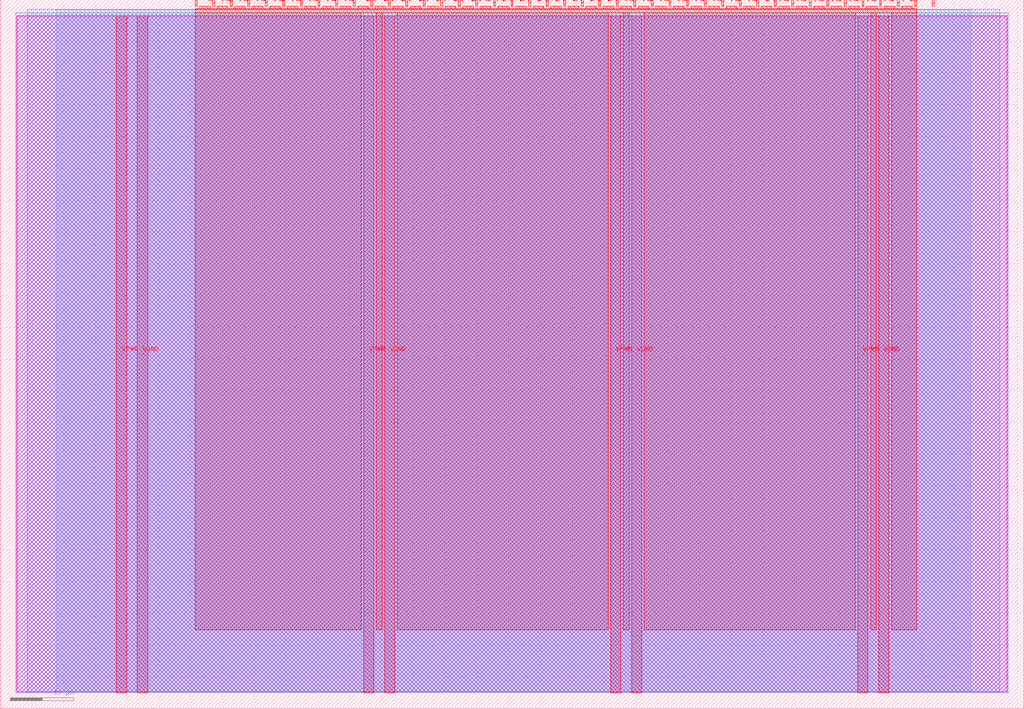
<source format=lef>
VERSION 5.7 ;
  NOWIREEXTENSIONATPIN ON ;
  DIVIDERCHAR "/" ;
  BUSBITCHARS "[]" ;
MACRO tt_um_levenshtein
  CLASS BLOCK ;
  FOREIGN tt_um_levenshtein ;
  ORIGIN 0.000 0.000 ;
  SIZE 161.000 BY 111.520 ;
  PIN VGND
    DIRECTION INOUT ;
    USE GROUND ;
    PORT
      LAYER met4 ;
        RECT 21.580 2.480 23.180 109.040 ;
    END
    PORT
      LAYER met4 ;
        RECT 60.450 2.480 62.050 109.040 ;
    END
    PORT
      LAYER met4 ;
        RECT 99.320 2.480 100.920 109.040 ;
    END
    PORT
      LAYER met4 ;
        RECT 138.190 2.480 139.790 109.040 ;
    END
  END VGND
  PIN VPWR
    DIRECTION INOUT ;
    USE POWER ;
    PORT
      LAYER met4 ;
        RECT 18.280 2.480 19.880 109.040 ;
    END
    PORT
      LAYER met4 ;
        RECT 57.150 2.480 58.750 109.040 ;
    END
    PORT
      LAYER met4 ;
        RECT 96.020 2.480 97.620 109.040 ;
    END
    PORT
      LAYER met4 ;
        RECT 134.890 2.480 136.490 109.040 ;
    END
  END VPWR
  PIN clk
    DIRECTION INPUT ;
    USE SIGNAL ;
    ANTENNAGATEAREA 0.852000 ;
    PORT
      LAYER met4 ;
        RECT 143.830 110.520 144.130 111.520 ;
    END
  END clk
  PIN ena
    DIRECTION INPUT ;
    USE SIGNAL ;
    PORT
      LAYER met4 ;
        RECT 146.590 110.520 146.890 111.520 ;
    END
  END ena
  PIN rst_n
    DIRECTION INPUT ;
    USE SIGNAL ;
    ANTENNAGATEAREA 0.196500 ;
    PORT
      LAYER met4 ;
        RECT 141.070 110.520 141.370 111.520 ;
    END
  END rst_n
  PIN ui_in[0]
    DIRECTION INPUT ;
    USE SIGNAL ;
    PORT
      LAYER met4 ;
        RECT 138.310 110.520 138.610 111.520 ;
    END
  END ui_in[0]
  PIN ui_in[1]
    DIRECTION INPUT ;
    USE SIGNAL ;
    PORT
      LAYER met4 ;
        RECT 135.550 110.520 135.850 111.520 ;
    END
  END ui_in[1]
  PIN ui_in[2]
    DIRECTION INPUT ;
    USE SIGNAL ;
    PORT
      LAYER met4 ;
        RECT 132.790 110.520 133.090 111.520 ;
    END
  END ui_in[2]
  PIN ui_in[3]
    DIRECTION INPUT ;
    USE SIGNAL ;
    PORT
      LAYER met4 ;
        RECT 130.030 110.520 130.330 111.520 ;
    END
  END ui_in[3]
  PIN ui_in[4]
    DIRECTION INPUT ;
    USE SIGNAL ;
    ANTENNAGATEAREA 0.196500 ;
    PORT
      LAYER met4 ;
        RECT 127.270 110.520 127.570 111.520 ;
    END
  END ui_in[4]
  PIN ui_in[5]
    DIRECTION INPUT ;
    USE SIGNAL ;
    ANTENNAGATEAREA 0.196500 ;
    PORT
      LAYER met4 ;
        RECT 124.510 110.520 124.810 111.520 ;
    END
  END ui_in[5]
  PIN ui_in[6]
    DIRECTION INPUT ;
    USE SIGNAL ;
    ANTENNAGATEAREA 0.196500 ;
    PORT
      LAYER met4 ;
        RECT 121.750 110.520 122.050 111.520 ;
    END
  END ui_in[6]
  PIN ui_in[7]
    DIRECTION INPUT ;
    USE SIGNAL ;
    PORT
      LAYER met4 ;
        RECT 118.990 110.520 119.290 111.520 ;
    END
  END ui_in[7]
  PIN uio_in[0]
    DIRECTION INPUT ;
    USE SIGNAL ;
    PORT
      LAYER met4 ;
        RECT 116.230 110.520 116.530 111.520 ;
    END
  END uio_in[0]
  PIN uio_in[1]
    DIRECTION INPUT ;
    USE SIGNAL ;
    PORT
      LAYER met4 ;
        RECT 113.470 110.520 113.770 111.520 ;
    END
  END uio_in[1]
  PIN uio_in[2]
    DIRECTION INPUT ;
    USE SIGNAL ;
    ANTENNAGATEAREA 0.196500 ;
    PORT
      LAYER met4 ;
        RECT 110.710 110.520 111.010 111.520 ;
    END
  END uio_in[2]
  PIN uio_in[3]
    DIRECTION INPUT ;
    USE SIGNAL ;
    PORT
      LAYER met4 ;
        RECT 107.950 110.520 108.250 111.520 ;
    END
  END uio_in[3]
  PIN uio_in[4]
    DIRECTION INPUT ;
    USE SIGNAL ;
    PORT
      LAYER met4 ;
        RECT 105.190 110.520 105.490 111.520 ;
    END
  END uio_in[4]
  PIN uio_in[5]
    DIRECTION INPUT ;
    USE SIGNAL ;
    PORT
      LAYER met4 ;
        RECT 102.430 110.520 102.730 111.520 ;
    END
  END uio_in[5]
  PIN uio_in[6]
    DIRECTION INPUT ;
    USE SIGNAL ;
    PORT
      LAYER met4 ;
        RECT 99.670 110.520 99.970 111.520 ;
    END
  END uio_in[6]
  PIN uio_in[7]
    DIRECTION INPUT ;
    USE SIGNAL ;
    PORT
      LAYER met4 ;
        RECT 96.910 110.520 97.210 111.520 ;
    END
  END uio_in[7]
  PIN uio_oe[0]
    DIRECTION OUTPUT ;
    USE SIGNAL ;
    PORT
      LAYER met4 ;
        RECT 49.990 110.520 50.290 111.520 ;
    END
  END uio_oe[0]
  PIN uio_oe[1]
    DIRECTION OUTPUT ;
    USE SIGNAL ;
    PORT
      LAYER met4 ;
        RECT 47.230 110.520 47.530 111.520 ;
    END
  END uio_oe[1]
  PIN uio_oe[2]
    DIRECTION OUTPUT ;
    USE SIGNAL ;
    PORT
      LAYER met4 ;
        RECT 44.470 110.520 44.770 111.520 ;
    END
  END uio_oe[2]
  PIN uio_oe[3]
    DIRECTION OUTPUT ;
    USE SIGNAL ;
    PORT
      LAYER met4 ;
        RECT 41.710 110.520 42.010 111.520 ;
    END
  END uio_oe[3]
  PIN uio_oe[4]
    DIRECTION OUTPUT ;
    USE SIGNAL ;
    PORT
      LAYER met4 ;
        RECT 38.950 110.520 39.250 111.520 ;
    END
  END uio_oe[4]
  PIN uio_oe[5]
    DIRECTION OUTPUT ;
    USE SIGNAL ;
    PORT
      LAYER met4 ;
        RECT 36.190 110.520 36.490 111.520 ;
    END
  END uio_oe[5]
  PIN uio_oe[6]
    DIRECTION OUTPUT ;
    USE SIGNAL ;
    PORT
      LAYER met4 ;
        RECT 33.430 110.520 33.730 111.520 ;
    END
  END uio_oe[6]
  PIN uio_oe[7]
    DIRECTION OUTPUT ;
    USE SIGNAL ;
    PORT
      LAYER met4 ;
        RECT 30.670 110.520 30.970 111.520 ;
    END
  END uio_oe[7]
  PIN uio_out[0]
    DIRECTION OUTPUT ;
    USE SIGNAL ;
    ANTENNADIFFAREA 0.795200 ;
    PORT
      LAYER met4 ;
        RECT 72.070 110.520 72.370 111.520 ;
    END
  END uio_out[0]
  PIN uio_out[1]
    DIRECTION OUTPUT ;
    USE SIGNAL ;
    ANTENNADIFFAREA 0.445500 ;
    PORT
      LAYER met4 ;
        RECT 69.310 110.520 69.610 111.520 ;
    END
  END uio_out[1]
  PIN uio_out[2]
    DIRECTION OUTPUT ;
    USE SIGNAL ;
    PORT
      LAYER met4 ;
        RECT 66.550 110.520 66.850 111.520 ;
    END
  END uio_out[2]
  PIN uio_out[3]
    DIRECTION OUTPUT ;
    USE SIGNAL ;
    ANTENNADIFFAREA 0.795200 ;
    PORT
      LAYER met4 ;
        RECT 63.790 110.520 64.090 111.520 ;
    END
  END uio_out[3]
  PIN uio_out[4]
    DIRECTION OUTPUT ;
    USE SIGNAL ;
    PORT
      LAYER met4 ;
        RECT 61.030 110.520 61.330 111.520 ;
    END
  END uio_out[4]
  PIN uio_out[5]
    DIRECTION OUTPUT ;
    USE SIGNAL ;
    PORT
      LAYER met4 ;
        RECT 58.270 110.520 58.570 111.520 ;
    END
  END uio_out[5]
  PIN uio_out[6]
    DIRECTION OUTPUT ;
    USE SIGNAL ;
    PORT
      LAYER met4 ;
        RECT 55.510 110.520 55.810 111.520 ;
    END
  END uio_out[6]
  PIN uio_out[7]
    DIRECTION OUTPUT ;
    USE SIGNAL ;
    PORT
      LAYER met4 ;
        RECT 52.750 110.520 53.050 111.520 ;
    END
  END uio_out[7]
  PIN uo_out[0]
    DIRECTION OUTPUT ;
    USE SIGNAL ;
    PORT
      LAYER met4 ;
        RECT 94.150 110.520 94.450 111.520 ;
    END
  END uo_out[0]
  PIN uo_out[1]
    DIRECTION OUTPUT ;
    USE SIGNAL ;
    PORT
      LAYER met4 ;
        RECT 91.390 110.520 91.690 111.520 ;
    END
  END uo_out[1]
  PIN uo_out[2]
    DIRECTION OUTPUT ;
    USE SIGNAL ;
    PORT
      LAYER met4 ;
        RECT 88.630 110.520 88.930 111.520 ;
    END
  END uo_out[2]
  PIN uo_out[3]
    DIRECTION OUTPUT ;
    USE SIGNAL ;
    PORT
      LAYER met4 ;
        RECT 85.870 110.520 86.170 111.520 ;
    END
  END uo_out[3]
  PIN uo_out[4]
    DIRECTION OUTPUT ;
    USE SIGNAL ;
    PORT
      LAYER met4 ;
        RECT 83.110 110.520 83.410 111.520 ;
    END
  END uo_out[4]
  PIN uo_out[5]
    DIRECTION OUTPUT ;
    USE SIGNAL ;
    PORT
      LAYER met4 ;
        RECT 80.350 110.520 80.650 111.520 ;
    END
  END uo_out[5]
  PIN uo_out[6]
    DIRECTION OUTPUT ;
    USE SIGNAL ;
    PORT
      LAYER met4 ;
        RECT 77.590 110.520 77.890 111.520 ;
    END
  END uo_out[6]
  PIN uo_out[7]
    DIRECTION OUTPUT ;
    USE SIGNAL ;
    ANTENNADIFFAREA 0.795200 ;
    PORT
      LAYER met4 ;
        RECT 74.830 110.520 75.130 111.520 ;
    END
  END uo_out[7]
  OBS
      LAYER nwell ;
        RECT 2.570 2.635 158.430 108.990 ;
      LAYER li1 ;
        RECT 2.760 2.635 158.240 108.885 ;
      LAYER met1 ;
        RECT 2.460 2.480 158.540 109.440 ;
      LAYER met2 ;
        RECT 4.240 2.535 157.220 110.005 ;
      LAYER met3 ;
        RECT 8.805 2.555 152.655 109.985 ;
      LAYER met4 ;
        RECT 31.370 110.120 33.030 110.520 ;
        RECT 34.130 110.120 35.790 110.520 ;
        RECT 36.890 110.120 38.550 110.520 ;
        RECT 39.650 110.120 41.310 110.520 ;
        RECT 42.410 110.120 44.070 110.520 ;
        RECT 45.170 110.120 46.830 110.520 ;
        RECT 47.930 110.120 49.590 110.520 ;
        RECT 50.690 110.120 52.350 110.520 ;
        RECT 53.450 110.120 55.110 110.520 ;
        RECT 56.210 110.120 57.870 110.520 ;
        RECT 58.970 110.120 60.630 110.520 ;
        RECT 61.730 110.120 63.390 110.520 ;
        RECT 64.490 110.120 66.150 110.520 ;
        RECT 67.250 110.120 68.910 110.520 ;
        RECT 70.010 110.120 71.670 110.520 ;
        RECT 72.770 110.120 74.430 110.520 ;
        RECT 75.530 110.120 77.190 110.520 ;
        RECT 78.290 110.120 79.950 110.520 ;
        RECT 81.050 110.120 82.710 110.520 ;
        RECT 83.810 110.120 85.470 110.520 ;
        RECT 86.570 110.120 88.230 110.520 ;
        RECT 89.330 110.120 90.990 110.520 ;
        RECT 92.090 110.120 93.750 110.520 ;
        RECT 94.850 110.120 96.510 110.520 ;
        RECT 97.610 110.120 99.270 110.520 ;
        RECT 100.370 110.120 102.030 110.520 ;
        RECT 103.130 110.120 104.790 110.520 ;
        RECT 105.890 110.120 107.550 110.520 ;
        RECT 108.650 110.120 110.310 110.520 ;
        RECT 111.410 110.120 113.070 110.520 ;
        RECT 114.170 110.120 115.830 110.520 ;
        RECT 116.930 110.120 118.590 110.520 ;
        RECT 119.690 110.120 121.350 110.520 ;
        RECT 122.450 110.120 124.110 110.520 ;
        RECT 125.210 110.120 126.870 110.520 ;
        RECT 127.970 110.120 129.630 110.520 ;
        RECT 130.730 110.120 132.390 110.520 ;
        RECT 133.490 110.120 135.150 110.520 ;
        RECT 136.250 110.120 137.910 110.520 ;
        RECT 139.010 110.120 140.670 110.520 ;
        RECT 141.770 110.120 143.430 110.520 ;
        RECT 30.655 109.440 144.145 110.120 ;
        RECT 30.655 12.415 56.750 109.440 ;
        RECT 59.150 12.415 60.050 109.440 ;
        RECT 62.450 12.415 95.620 109.440 ;
        RECT 98.020 12.415 98.920 109.440 ;
        RECT 101.320 12.415 134.490 109.440 ;
        RECT 136.890 12.415 137.790 109.440 ;
        RECT 140.190 12.415 144.145 109.440 ;
  END
END tt_um_levenshtein
END LIBRARY


</source>
